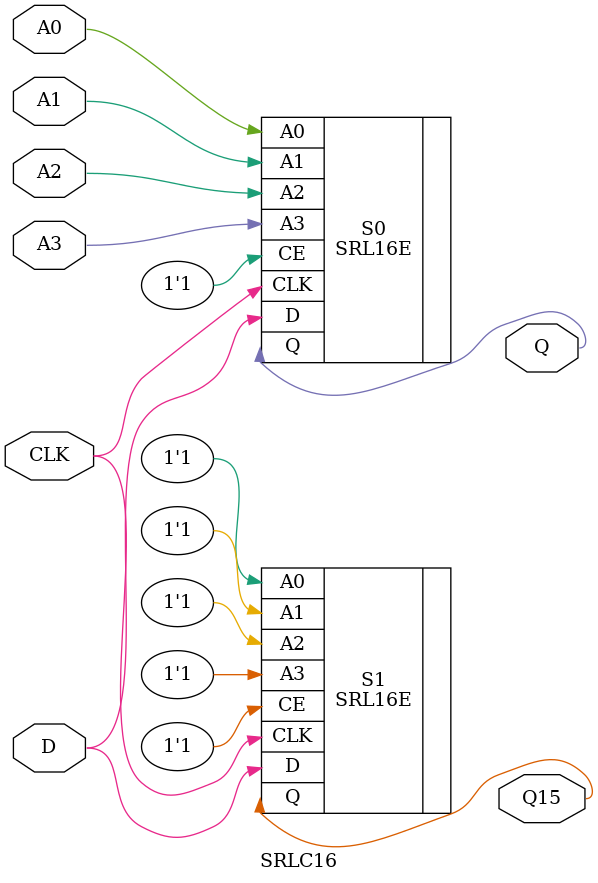
<source format=v>

`timescale  1 ps / 1 ps

module SRLC16 (Q, Q15, A0, A1, A2, A3, CLK, D);

    parameter [15:0] INIT = 16'h0000;

    output Q, Q15;

    input  A0, A1, A2, A3, CLK, D;

    SRL16E #(.INIT(INIT)) S0 (.Q(Q), .A0(A0), .A1(A1), .A2(A2), .A3(A3), .CE(1'b1), .CLK(CLK), .D(D));
    SRL16E #(.INIT(INIT)) S1 (.Q(Q15), .A0(1'b1), .A1(1'b1), .A2(1'b1), .A3(1'b1), .CE(1'b1), .CLK(CLK), .D(D));

endmodule

</source>
